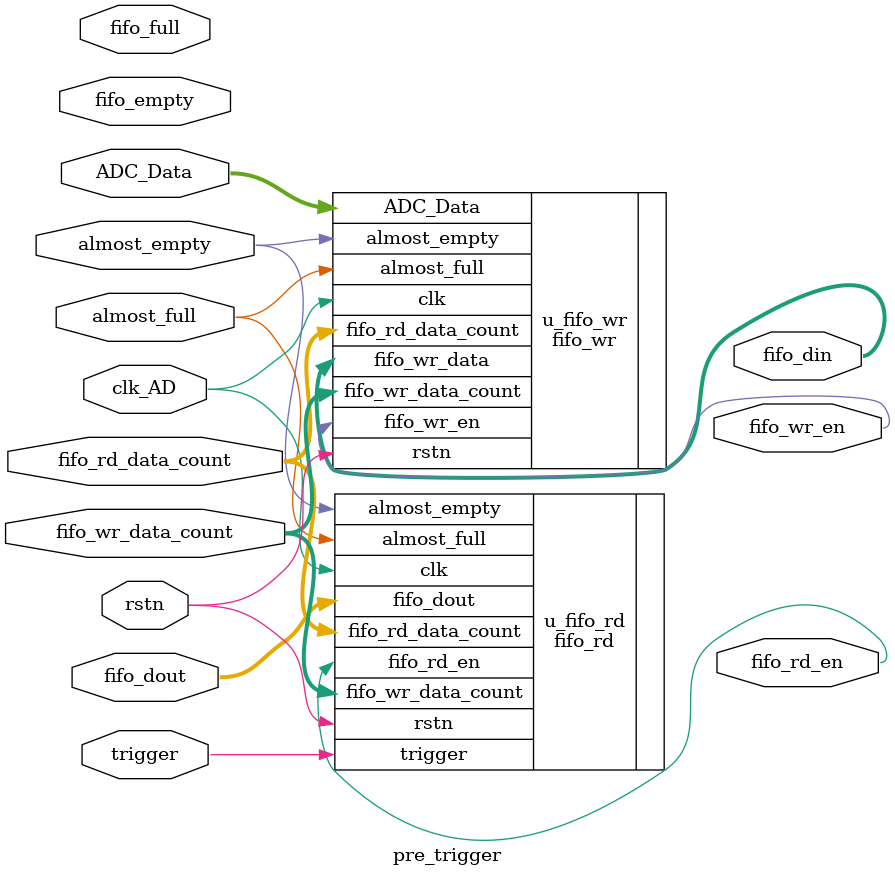
<source format=v>
`timescale 1ns / 1ps


module pre_trigger(
	input clk_AD,
	input rstn,
	
	output fifo_rd_en,
	output fifo_wr_en,
	
	output [12 : 0] fifo_din,
	input  [12 : 0] fifo_dout,
	
	input almost_full,
	input almost_empty,
	input fifo_full, 
	input fifo_empty,
	
	input [16 : 0] fifo_rd_data_count,
	input [16 : 0] fifo_wr_data_count,
	
	input [12 : 0] ADC_Data,
	input trigger
);
	

fifo_wr u_fifo_wr(
    .clk ( clk_AD ), 
    .rstn ( rstn ), 
    
	.almost_empty ( almost_empty ), 
    .almost_full ( almost_full ),
	
    .fifo_rd_data_count(fifo_rd_data_count),
	.fifo_wr_data_count(fifo_wr_data_count),
	
    .fifo_wr_en ( fifo_wr_en ) , 
    .fifo_wr_data ( fifo_din ) , 
    
	.ADC_Data(ADC_Data)
);


fifo_rd u_fifo_rd(
    .clk ( clk_AD ), 
    .rstn ( rstn ), 
	
    .almost_empty ( almost_empty ), 
    .almost_full ( almost_full ) ,
	
    .fifo_rd_data_count(fifo_rd_data_count),
	.fifo_wr_data_count(fifo_wr_data_count),
	
    .fifo_rd_en ( fifo_rd_en ), 
    .fifo_dout ( fifo_dout ), 
    
    .trigger(trigger)

);
	
	
	
endmodule

</source>
